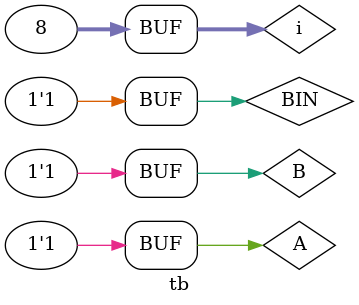
<source format=v>
module full_subtractor (output diff, bout,
			input a, b, bin);

	assign diff = (a ^ b) ^ bin;
	assign bout = ((~a) & b) | ((~(a^b)) & bin);

endmodule

//testbench
module tb;
  wire DIFF, BOUT;
  reg A, B, BIN;
  integer i;

  full_subtractor i1 (.a(A), .b(B), .bin(BIN), .bout(BOUT), .diff(DIFF));

  initial
	begin
		A <= 1'b0;
		B <= 1'b0;
		BIN <= 1'b0;

		$monitor ("a=%b, b=%b, bin=%b, diff=%b, bout=%b", A,B,BIN,DIFF,BOUT);

		for (i=0; i<8; i=i+1)
			begin
				{A,B,BIN} = i;
				#10;
			end
	end
endmodule

</source>
